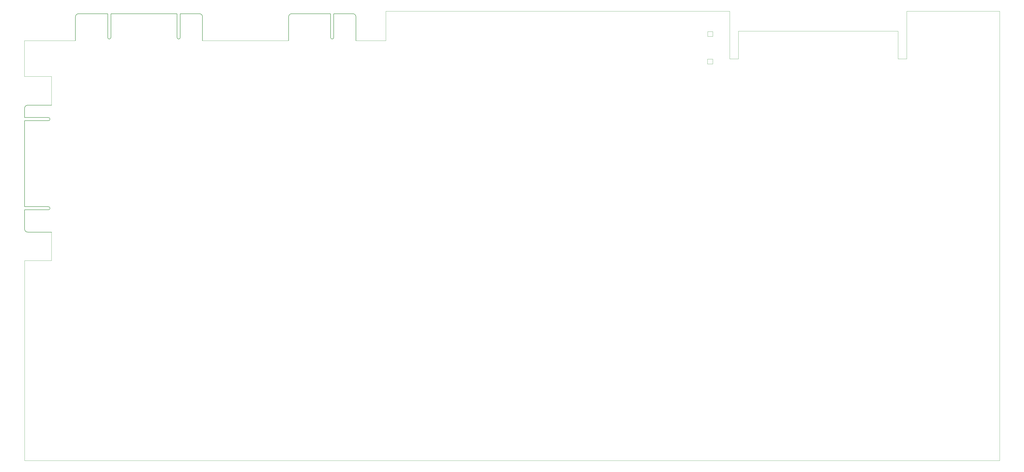
<source format=gm1>
G04 #@! TF.GenerationSoftware,KiCad,Pcbnew,8.0.6*
G04 #@! TF.CreationDate,2024-11-24T22:49:28+01:00*
G04 #@! TF.ProjectId,cbm_ultipet_v1,63626d5f-756c-4746-9970-65745f76312e,rev?*
G04 #@! TF.SameCoordinates,Original*
G04 #@! TF.FileFunction,Profile,NP*
%FSLAX46Y46*%
G04 Gerber Fmt 4.6, Leading zero omitted, Abs format (unit mm)*
G04 Created by KiCad (PCBNEW 8.0.6) date 2024-11-24 22:49:28*
%MOMM*%
%LPD*%
G01*
G04 APERTURE LIST*
G04 #@! TA.AperFunction,Profile*
%ADD10C,0.100000*%
G04 #@! TD*
G04 #@! TA.AperFunction,Profile*
%ADD11C,0.050000*%
G04 #@! TD*
G04 #@! TA.AperFunction,Profile*
%ADD12C,0.127000*%
G04 #@! TD*
G04 APERTURE END LIST*
D10*
X368617500Y-41910000D02*
X405765000Y-41910000D01*
X297815000Y-41910000D02*
X297815000Y-60960000D01*
X160337500Y-53657500D02*
X160337500Y-41910000D01*
D11*
X26670000Y-130238310D02*
X26670000Y-141605000D01*
D10*
X405765000Y-221675689D02*
X15875000Y-221675689D01*
D11*
X15875000Y-141605000D02*
X15875000Y-221615000D01*
D10*
X160337500Y-41910000D02*
X297815000Y-41910000D01*
X365125000Y-60960000D02*
X368617500Y-60960000D01*
X405765000Y-41910000D02*
X405765000Y-221615000D01*
D11*
X15847482Y-53657500D02*
X15847482Y-67945000D01*
D10*
X87050000Y-53657500D02*
X121480000Y-53657500D01*
D11*
X26670000Y-141605000D02*
X15875000Y-141605000D01*
D10*
X301307500Y-60960000D02*
X301307500Y-49847500D01*
X148394000Y-53657500D02*
X160337500Y-53657500D01*
X362915200Y-49845000D02*
X365125000Y-49845000D01*
D11*
X26670000Y-79502000D02*
X26670000Y-67945000D01*
X26670000Y-67945000D02*
X15852890Y-67945000D01*
D10*
X365125000Y-49847500D02*
X365125000Y-60960000D01*
X301307500Y-49847500D02*
X303530000Y-49847500D01*
X368617500Y-60932004D02*
X368617500Y-41910000D01*
X297815000Y-60960000D02*
X301307500Y-60960000D01*
X15875000Y-53657500D02*
X36249500Y-53657500D01*
D11*
X291039828Y-61001408D02*
X288939828Y-61001408D01*
X288939828Y-63001408D01*
X291039828Y-63001408D01*
X291039828Y-61001408D01*
X291089828Y-50001408D02*
X288989828Y-50001408D01*
X288989828Y-52001408D01*
X291089828Y-52001408D01*
X291089828Y-50001408D01*
D12*
X121473565Y-44153750D02*
X121473565Y-53678750D01*
X138262965Y-42883750D02*
X122743565Y-42883750D01*
X138262965Y-42883750D02*
X138262965Y-52408750D01*
X139532965Y-42883750D02*
X139532965Y-52408750D01*
X147127565Y-42883750D02*
X139532965Y-42883750D01*
X148397565Y-53678750D02*
X148397565Y-44153750D01*
X121473565Y-44153750D02*
G75*
G02*
X122743565Y-42883750I1270000J0D01*
G01*
X138897965Y-53043750D02*
G75*
G02*
X138262965Y-52408750I-1J634999D01*
G01*
X139532965Y-52408750D02*
G75*
G02*
X138897965Y-53043750I-634999J-1D01*
G01*
X147127565Y-42883750D02*
G75*
G02*
X148397565Y-44153750I1J-1269999D01*
G01*
D11*
X362915200Y-49822100D02*
X303530000Y-49822100D01*
D12*
X15905877Y-80744215D02*
X15905877Y-84427215D01*
X15905877Y-84427215D02*
X25430877Y-84427215D01*
X15905877Y-85697215D02*
X15905877Y-120088815D01*
X15905877Y-85697215D02*
X25430877Y-85697215D01*
X15905877Y-120088815D02*
X25430877Y-120088815D01*
X15905877Y-121358815D02*
X15905877Y-129004215D01*
X15905877Y-121358815D02*
X25430877Y-121358815D01*
X17175877Y-130274215D02*
X26700877Y-130274215D01*
X26700877Y-79474215D02*
X17175877Y-79474215D01*
X15905877Y-80744215D02*
G75*
G02*
X17175877Y-79474215I1269999J1D01*
G01*
X17175877Y-130274215D02*
G75*
G02*
X15905877Y-129004215I0J1270000D01*
G01*
X25430877Y-84427215D02*
G75*
G02*
X26065877Y-85062215I1J-634999D01*
G01*
X25430877Y-120088815D02*
G75*
G02*
X26065877Y-120723815I0J-635000D01*
G01*
X26065877Y-85062215D02*
G75*
G02*
X25430877Y-85697215I-634999J-1D01*
G01*
X26065877Y-120723815D02*
G75*
G02*
X25430877Y-121358815I-635000J0D01*
G01*
X36249750Y-44151750D02*
X36249750Y-53676750D01*
X49127550Y-42881750D02*
X37519750Y-42881750D01*
X49127550Y-42881750D02*
X49127550Y-52406750D01*
X50397550Y-42881750D02*
X50397550Y-52406750D01*
X76864350Y-42881750D02*
X50397550Y-42881750D01*
X76864350Y-42881750D02*
X76864350Y-52406750D01*
X78134350Y-42881750D02*
X78134350Y-52406750D01*
X85779750Y-42881750D02*
X78134350Y-42881750D01*
X87049750Y-53676750D02*
X87049750Y-44151750D01*
X36249750Y-44151750D02*
G75*
G02*
X37519750Y-42881750I1270000J0D01*
G01*
X49762550Y-53041750D02*
G75*
G02*
X49127550Y-52406750I0J635000D01*
G01*
X50397550Y-52406750D02*
G75*
G02*
X49762550Y-53041750I-635000J0D01*
G01*
X77499350Y-53041750D02*
G75*
G02*
X76864350Y-52406750I-1J634999D01*
G01*
X78134350Y-52406750D02*
G75*
G02*
X77499350Y-53041750I-634999J-1D01*
G01*
X85779750Y-42881750D02*
G75*
G02*
X87049750Y-44151750I1J-1269999D01*
G01*
M02*

</source>
